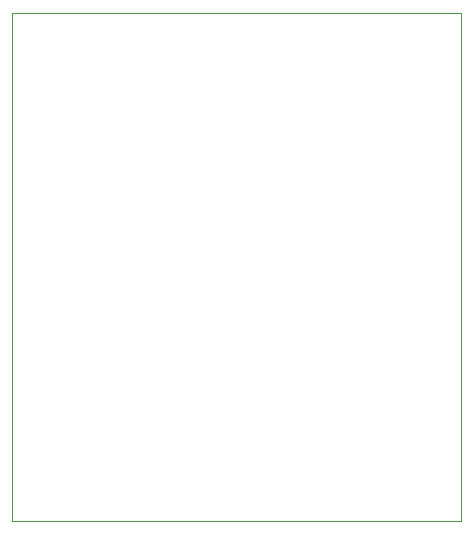
<source format=gm1>
G04 Layer_Color=16711935*
%FSLAX25Y25*%
%MOIN*%
G70*
G01*
G75*
%ADD32C,0.00300*%
D32*
X0Y0D02*
Y169291D01*
X149606D01*
Y0D02*
Y169291D01*
X0Y0D02*
X149606D01*
M02*

</source>
